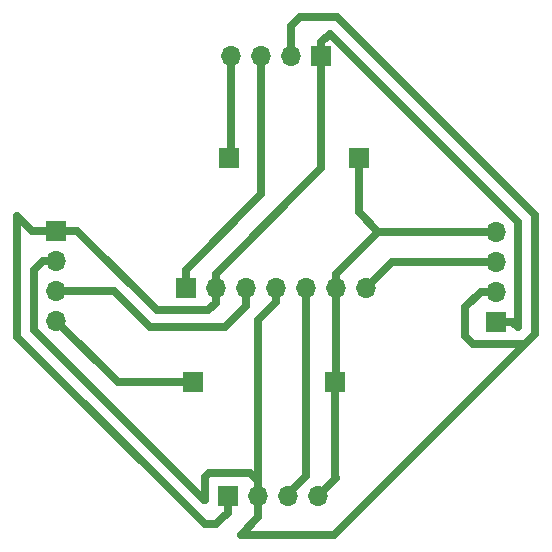
<source format=gbr>
G04 #@! TF.GenerationSoftware,KiCad,Pcbnew,7.0.2-0*
G04 #@! TF.CreationDate,2023-07-24T15:35:54+09:00*
G04 #@! TF.ProjectId,line_in,6c696e65-5f69-46e2-9e6b-696361645f70,rev?*
G04 #@! TF.SameCoordinates,Original*
G04 #@! TF.FileFunction,Copper,L1,Top*
G04 #@! TF.FilePolarity,Positive*
%FSLAX46Y46*%
G04 Gerber Fmt 4.6, Leading zero omitted, Abs format (unit mm)*
G04 Created by KiCad (PCBNEW 7.0.2-0) date 2023-07-24 15:35:54*
%MOMM*%
%LPD*%
G01*
G04 APERTURE LIST*
G04 #@! TA.AperFunction,ComponentPad*
%ADD10R,1.700000X1.700000*%
G04 #@! TD*
G04 #@! TA.AperFunction,ComponentPad*
%ADD11O,1.700000X1.700000*%
G04 #@! TD*
G04 #@! TA.AperFunction,Conductor*
%ADD12C,0.700000*%
G04 #@! TD*
G04 APERTURE END LIST*
D10*
X158600000Y-103850000D03*
D11*
X158600000Y-101310000D03*
X158600000Y-98770000D03*
X158600000Y-96230000D03*
D10*
X121400000Y-96150000D03*
D11*
X121400000Y-98690000D03*
X121400000Y-101230000D03*
X121400000Y-103770000D03*
D10*
X135920000Y-118600000D03*
D11*
X138460000Y-118600000D03*
X141000000Y-118600000D03*
X143540000Y-118600000D03*
D10*
X136000000Y-90000000D03*
X132375000Y-101000000D03*
D11*
X134915000Y-101000000D03*
X137455000Y-101000000D03*
X139995000Y-101000000D03*
X142535000Y-101000000D03*
X145075000Y-101000000D03*
X147615000Y-101000000D03*
D10*
X147000000Y-90000000D03*
X133000000Y-109000000D03*
X143850000Y-81400000D03*
D11*
X141310000Y-81400000D03*
X138770000Y-81400000D03*
X136230000Y-81400000D03*
D10*
X145000000Y-109000000D03*
D12*
X132375000Y-101000000D02*
X132375000Y-99450000D01*
X138770000Y-93055000D02*
X138770000Y-81400000D01*
X132375000Y-99450000D02*
X138770000Y-93055000D01*
X134915000Y-101000000D02*
X134915000Y-99797919D01*
X158600000Y-103850000D02*
X160022994Y-103850000D01*
X118100000Y-99000000D02*
X118100000Y-94900000D01*
X134275000Y-102900000D02*
X129900000Y-102900000D01*
X143850000Y-81400000D02*
X143850000Y-80207006D01*
X129900000Y-102900000D02*
X123150000Y-96150000D01*
X135920000Y-118600000D02*
X135920000Y-120022994D01*
X144557006Y-79500000D02*
X160500000Y-95442994D01*
X134915000Y-101000000D02*
X134915000Y-102260000D01*
X123150000Y-96150000D02*
X121400000Y-96150000D01*
X143850000Y-90862919D02*
X143850000Y-81400000D01*
X133963096Y-121000000D02*
X118100000Y-105136904D01*
X134915000Y-99797919D02*
X143850000Y-90862919D01*
X118100000Y-105136904D02*
X118100000Y-99000000D01*
X134942994Y-121000000D02*
X133963096Y-121000000D01*
X143850000Y-80207006D02*
X144557006Y-79500000D01*
X160500000Y-95442994D02*
X160500000Y-104327006D01*
X119350000Y-96150000D02*
X118100000Y-94900000D01*
X121400000Y-96150000D02*
X119350000Y-96150000D01*
X135920000Y-120022994D02*
X135442994Y-120500000D01*
X160022994Y-103850000D02*
X160500000Y-104327006D01*
X135442994Y-120500000D02*
X134942994Y-121000000D01*
X134915000Y-102260000D02*
X134275000Y-102900000D01*
X129320101Y-104300000D02*
X135700000Y-104300000D01*
X137455000Y-102545000D02*
X137455000Y-101000000D01*
X135700000Y-104300000D02*
X137455000Y-102545000D01*
X126250102Y-101230000D02*
X129320101Y-104300000D01*
X121400000Y-101230000D02*
X126250102Y-101230000D01*
X138460000Y-118600000D02*
X138460000Y-117340000D01*
X156000000Y-102650000D02*
X157340000Y-101310000D01*
X138460000Y-117340000D02*
X137820000Y-116700000D01*
X156000000Y-105050000D02*
X156000000Y-102650000D01*
X134300000Y-116700000D02*
X134000000Y-117000000D01*
X141310000Y-81400000D02*
X141310000Y-78790000D01*
X139995000Y-102202081D02*
X138460000Y-103737081D01*
X138460000Y-103737081D02*
X138460000Y-118600000D01*
X144906905Y-121900000D02*
X161056905Y-105750000D01*
X137820000Y-116700000D02*
X134300000Y-116700000D01*
X138460000Y-118600000D02*
X138460000Y-120440000D01*
X141310000Y-78790000D02*
X142000000Y-78100000D01*
X145136904Y-78100000D02*
X161900000Y-94863096D01*
X138460000Y-120440000D02*
X137000000Y-121900000D01*
X161056905Y-105750000D02*
X156700000Y-105750000D01*
X119500000Y-104557006D02*
X119500000Y-99500000D01*
X137000000Y-121900000D02*
X144906905Y-121900000D01*
X139995000Y-101000000D02*
X139995000Y-102202081D01*
X161900000Y-94863096D02*
X161900000Y-104906905D01*
X157340000Y-101310000D02*
X158600000Y-101310000D01*
X120310000Y-98690000D02*
X121400000Y-98690000D01*
X134000000Y-117000000D02*
X134000000Y-119000000D01*
X142000000Y-78100000D02*
X145136904Y-78100000D01*
X119500000Y-99500000D02*
X120310000Y-98690000D01*
X156700000Y-105750000D02*
X156000000Y-105050000D01*
X161900000Y-104906905D02*
X161056905Y-105750000D01*
X133942994Y-119000000D02*
X119500000Y-104557006D01*
X134000000Y-119000000D02*
X133942994Y-119000000D01*
X142535000Y-116917994D02*
X141000000Y-118452994D01*
X142535000Y-101000000D02*
X142535000Y-116917994D01*
X141000000Y-118452994D02*
X141000000Y-118600000D01*
X145075000Y-101000000D02*
X145075000Y-99797919D01*
X145000000Y-109000000D02*
X145000000Y-116990000D01*
X145000000Y-116990000D02*
X145075000Y-117065000D01*
X121400000Y-103770000D02*
X126630000Y-109000000D01*
X147000000Y-94587081D02*
X148642919Y-96230000D01*
X143540000Y-118600000D02*
X143540000Y-118747006D01*
X145075000Y-99797919D02*
X148642919Y-96230000D01*
X136230000Y-81400000D02*
X136230000Y-89770000D01*
X145075000Y-101000000D02*
X145075000Y-108925000D01*
X143540000Y-118600000D02*
X145075000Y-117065000D01*
X148642919Y-96230000D02*
X158600000Y-96230000D01*
X136230000Y-89770000D02*
X136000000Y-90000000D01*
X145075000Y-108925000D02*
X145000000Y-109000000D01*
X147000000Y-90000000D02*
X147000000Y-94587081D01*
X126630000Y-109000000D02*
X133000000Y-109000000D01*
X149845000Y-98770000D02*
X158600000Y-98770000D01*
X147615000Y-101000000D02*
X149845000Y-98770000D01*
M02*

</source>
